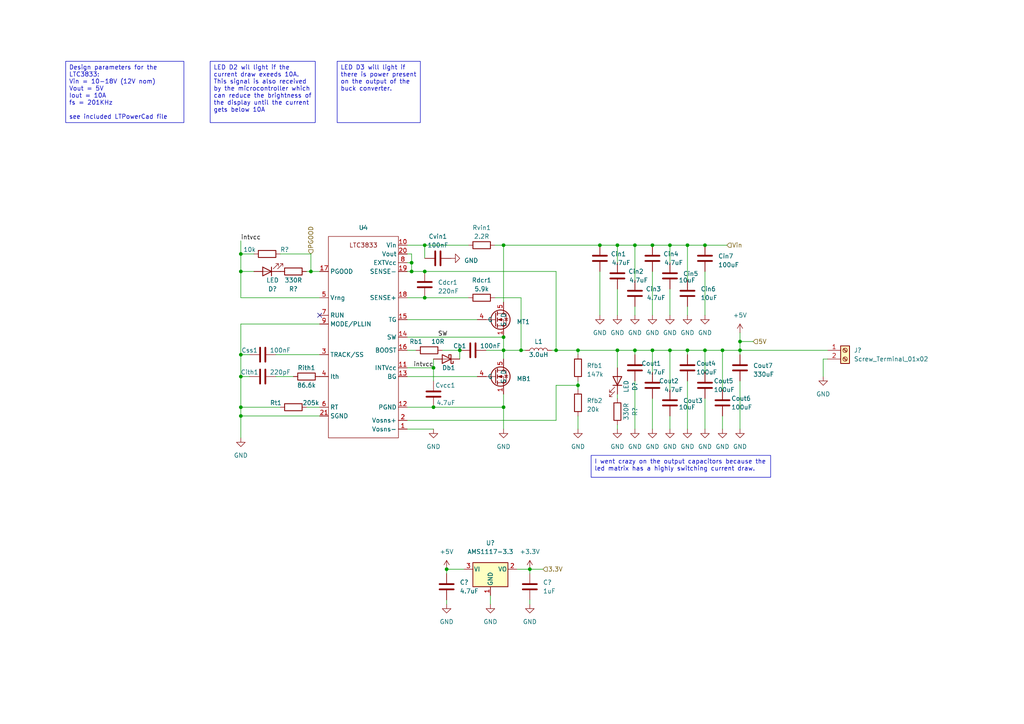
<source format=kicad_sch>
(kicad_sch (version 20230121) (generator eeschema)
  (paper "A4")
  (lib_symbols
    (symbol "Connector:Screw_Terminal_01x02" (pin_names (offset 1.016) hide)
      (property "Reference" "J" (at 0 2.54 0))
      (property "Value" "Screw_Terminal_01x02" (at 0 -5.08 0))
      (symbol "Screw_Terminal_01x02_1_1"
        (rectangle (start -1.27 1.27) (end 1.27 -3.81) (stroke (width 0.254)) (fill (type background)))
        (circle (center 0 -2.54) (radius 0.635) (stroke (width 0.1524)))
        (polyline (pts (xy -0.5334 -2.2098) (xy 0.3302 -3.048)) (stroke (width 0.1524)))
        (polyline (pts (xy -0.5334 0.3302) (xy 0.3302 -0.508)) (stroke (width 0.1524)))
        (polyline (pts (xy -0.3556 -2.032) (xy 0.508 -2.8702)) (stroke (width 0.1524)))
        (polyline (pts (xy -0.3556 0.508) (xy 0.508 -0.3302)) (stroke (width 0.1524)))
        (circle (center 0 0) (radius 0.635) (stroke (width 0.1524)))
        (pin passive line (at -5.08 0 0) (length 3.81) (name "Pin_1") (number "1"))
        (pin passive line (at -5.08 -2.54 0) (length 3.81) (name "Pin_2") (number "2"))
      )
    )
    (symbol "Custom_library:BSC035N04LS"
      (property "Reference" "Q" (at 0 0 0))
      (symbol "BSC035N04LS_0_1"
        (polyline (pts (xy -1.016 -6.35) (xy -3.81 -6.35)))
        (polyline (pts (xy -1.016 -4.445) (xy -1.016 -8.255)) (stroke (width 0.254)))
        (polyline (pts (xy -0.508 -7.62) (xy -0.508 -8.636)) (stroke (width 0.254)))
        (polyline (pts (xy -0.508 -5.842) (xy -0.508 -6.858)) (stroke (width 0.254)))
        (polyline (pts (xy -0.508 -4.064) (xy -0.508 -5.08)) (stroke (width 0.254)))
        (polyline (pts (xy 1.27 -3.81) (xy 1.27 -4.572)))
        (polyline (pts (xy 1.27 -8.89) (xy 1.27 -6.35) (xy -0.508 -6.35)))
        (polyline (pts (xy -0.508 -8.128) (xy 2.032 -8.128) (xy 2.032 -4.572) (xy -0.508 -4.572)))
        (polyline (pts (xy -0.254 -6.35) (xy 0.762 -5.969) (xy 0.762 -6.731) (xy -0.254 -6.35)) (fill (type outline)))
        (polyline (pts (xy 1.524 -5.842) (xy 1.651 -5.969) (xy 2.413 -5.969) (xy 2.54 -6.096)))
        (polyline (pts (xy 2.032 -5.969) (xy 1.651 -6.604) (xy 2.413 -6.604) (xy 2.032 -5.969)))
        (circle (center 0.381 -6.35) (radius 2.794) (stroke (width 0.254)))
        (circle (center 1.27 -8.128) (radius 0.254) (fill (type outline)))
        (circle (center 1.27 -4.572) (radius 0.254) (fill (type outline)))
      )
      (symbol "BSC035N04LS_1_1"
        (pin passive line (at 1.27 -11.43 90) (length 2.54) (name "S") (number "1"))
        (pin passive line (at 1.27 -11.43 90) (length 2.54) hide (name "S") (number "2"))
        (pin passive line (at 1.27 -11.43 90) (length 2.54) hide (name "S") (number "3"))
        (pin passive line (at -6.35 -6.35 0) (length 2.54) (name "G") (number "4"))
        (pin passive line (at 1.27 -1.27 270) (length 2.54) (name "D") (number "5"))
      )
    )
    (symbol "Custom_library:LTC3833"
      (property "Reference" "U" (at 0 0 0))
      (property "Value" "LTC3833" (at 0 0 0))
      (symbol "LTC3833_0_1"
        (rectangle (start -10.16 -2.54) (end 10.16 -60.96))
      )
      (symbol "LTC3833_1_1"
        (text "LTC3833" (at 0 -5.08 0) (effects (font (size 1.27 1.27))))
        (pin input line (at 12.7 -58.42 180) (length 2.54) (name "Vosns-") (number "1"))
        (pin input line (at 12.7 -5.08 180) (length 2.54) (name "Vin") (number "10"))
        (pin input line (at 12.7 -40.64 180) (length 2.54) (name "INTVcc") (number "11"))
        (pin input line (at 12.7 -52.07 180) (length 2.54) (name "PGND") (number "12"))
        (pin input line (at 12.7 -43.18 180) (length 2.54) (name "BG") (number "13"))
        (pin input line (at 12.7 -31.75 180) (length 2.54) (name "SW") (number "14"))
        (pin input line (at 12.7 -26.67 180) (length 2.54) (name "TG") (number "15"))
        (pin input line (at 12.7 -35.56 180) (length 2.54) (name "BOOST") (number "16"))
        (pin input line (at -12.7 -12.7 0) (length 2.54) (name "PGOOD") (number "17"))
        (pin input line (at 12.7 -20.32 180) (length 2.54) (name "SENSE+") (number "18"))
        (pin input line (at 12.7 -12.7 180) (length 2.54) (name "SENSE-") (number "19"))
        (pin input line (at 12.7 -55.88 180) (length 2.54) (name "Vosns+") (number "2"))
        (pin input line (at 12.7 -7.62 180) (length 2.54) (name "Vout") (number "20"))
        (pin input line (at -12.7 -54.61 0) (length 2.54) (name "SGND") (number "21"))
        (pin input line (at -12.7 -36.83 0) (length 2.54) (name "TRACK/SS") (number "3"))
        (pin input line (at -12.7 -43.18 0) (length 2.54) (name "Ith") (number "4"))
        (pin input line (at -12.7 -20.32 0) (length 2.54) (name "Vrng") (number "5"))
        (pin input line (at -12.7 -52.07 0) (length 2.54) (name "RT") (number "6"))
        (pin input line (at -12.7 -25.4 0) (length 2.54) (name "RUN") (number "7"))
        (pin input line (at 12.7 -10.16 180) (length 2.54) (name "EXTVcc") (number "8"))
        (pin input line (at -12.7 -27.94 0) (length 2.54) (name "MODE/PLLIN") (number "9"))
      )
    )
    (symbol "Device:C" (pin_numbers hide) (pin_names (offset 0.254))
      (property "Reference" "C" (at 0.635 2.54 0))
      (property "Value" "C" (at 0.635 -2.54 0))
      (symbol "C_0_1"
        (polyline (pts (xy -2.032 -0.762) (xy 2.032 -0.762)) (stroke (width 0.508)))
        (polyline (pts (xy -2.032 0.762) (xy 2.032 0.762)) (stroke (width 0.508)))
      )
      (symbol "C_1_1"
        (pin passive line (at 0 3.81 270) (length 2.794) (name "~") (number "1"))
        (pin passive line (at 0 -3.81 90) (length 2.794) (name "~") (number "2"))
      )
    )
    (symbol "Device:D_Schottky" (pin_numbers hide) (pin_names (offset 1.016) hide)
      (property "Reference" "D" (at 0 2.54 0))
      (property "Value" "D_Schottky" (at 0 -2.54 0))
      (symbol "D_Schottky_0_1"
        (polyline (pts (xy 1.27 0) (xy -1.27 0)))
        (polyline (pts (xy 1.27 1.27) (xy 1.27 -1.27) (xy -1.27 0) (xy 1.27 1.27)) (stroke (width 0.254)))
        (polyline (pts (xy -1.905 0.635) (xy -1.905 1.27) (xy -1.27 1.27) (xy -1.27 -1.27) (xy -0.635 -1.27) (xy -0.635 -0.635)) (stroke (width 0.254)))
      )
      (symbol "D_Schottky_1_1"
        (pin passive line (at -3.81 0 0) (length 2.54) (name "K") (number "1"))
        (pin passive line (at 3.81 0 180) (length 2.54) (name "A") (number "2"))
      )
    )
    (symbol "Device:L" (pin_numbers hide) (pin_names (offset 1.016) hide)
      (property "Reference" "L" (at -1.27 0 90))
      (property "Value" "L" (at 1.905 0 90))
      (symbol "L_0_1"
        (arc (start 0 -2.54) (mid 0.6323 -1.905) (end 0 -1.27))
        (arc (start 0 -1.27) (mid 0.6323 -0.635) (end 0 0))
        (arc (start 0 0) (mid 0.6323 0.635) (end 0 1.27))
        (arc (start 0 1.27) (mid 0.6323 1.905) (end 0 2.54))
      )
      (symbol "L_1_1"
        (pin passive line (at 0 3.81 270) (length 1.27) (name "1") (number "1"))
        (pin passive line (at 0 -3.81 90) (length 1.27) (name "2") (number "2"))
      )
    )
    (symbol "Device:LED" (pin_numbers hide) (pin_names (offset 1.016) hide)
      (property "Reference" "D" (at 0 2.54 0))
      (property "Value" "LED" (at 0 -2.54 0))
      (symbol "LED_0_1"
        (polyline (pts (xy -1.27 -1.27) (xy -1.27 1.27)) (stroke (width 0.254)))
        (polyline (pts (xy -1.27 0) (xy 1.27 0)))
        (polyline (pts (xy 1.27 -1.27) (xy 1.27 1.27) (xy -1.27 0) (xy 1.27 -1.27)) (stroke (width 0.254)))
        (polyline (pts (xy -3.048 -0.762) (xy -4.572 -2.286) (xy -3.81 -2.286) (xy -4.572 -2.286) (xy -4.572 -1.524)))
        (polyline (pts (xy -1.778 -0.762) (xy -3.302 -2.286) (xy -2.54 -2.286) (xy -3.302 -2.286) (xy -3.302 -1.524)))
      )
      (symbol "LED_1_1"
        (pin passive line (at -3.81 0 0) (length 2.54) (name "K") (number "1"))
        (pin passive line (at 3.81 0 180) (length 2.54) (name "A") (number "2"))
      )
    )
    (symbol "Device:R" (pin_numbers hide) (pin_names (offset 0))
      (property "Reference" "R" (at 2.032 0 90))
      (property "Value" "R" (at 0 0 90))
      (symbol "R_0_1"
        (rectangle (start -1.016 -2.54) (end 1.016 2.54) (stroke (width 0.254)))
      )
      (symbol "R_1_1"
        (pin passive line (at 0 3.81 270) (length 1.27) (name "~") (number "1"))
        (pin passive line (at 0 -3.81 90) (length 1.27) (name "~") (number "2"))
      )
    )
    (symbol "GND_1" (power) (pin_names (offset 0))
      (property "Value" "GND_1" (at 0 -3.81 0))
      (symbol "GND_1_0_1"
        (polyline (pts (xy 0 0) (xy 0 -1.27) (xy 1.27 -1.27) (xy 0 -2.54) (xy -1.27 -1.27) (xy 0 -1.27)))
      )
      (symbol "GND_1_1_1"
        (pin power_in line (at 0 0 270) (length 0) hide (name "GND") (number "1"))
      )
    )
    (symbol "Regulator_Linear:AMS1117-3.3" (pin_names (offset 0.254))
      (property "Reference" "U" (at -3.81 3.175 0))
      (property "Value" "AMS1117-3.3" (at 0 3.175 0))
      (symbol "AMS1117-3.3_0_1"
        (rectangle (start -5.08 -5.08) (end 5.08 1.905) (stroke (width 0.254)) (fill (type background)))
      )
      (symbol "AMS1117-3.3_1_1"
        (pin power_in line (at 0 -7.62 90) (length 2.54) (name "GND") (number "1"))
        (pin power_out line (at 7.62 0 180) (length 2.54) (name "VO") (number "2"))
        (pin power_in line (at -7.62 0 0) (length 2.54) (name "VI") (number "3"))
      )
    )
    (symbol "power:+3.3V" (power) (pin_names (offset 0))
      (property "Value" "+3.3V" (at 0 3.556 0))
      (symbol "+3.3V_0_1"
        (polyline (pts (xy -0.762 1.27) (xy 0 2.54)))
        (polyline (pts (xy 0 0) (xy 0 2.54)))
        (polyline (pts (xy 0 2.54) (xy 0.762 1.27)))
      )
      (symbol "+3.3V_1_1"
        (pin power_in line (at 0 0 90) (length 0) hide (name "+3.3V") (number "1"))
      )
    )
    (symbol "power:+5V" (power) (pin_names (offset 0))
      (property "Value" "+5V" (at 0 3.556 0))
      (symbol "+5V_0_1"
        (polyline (pts (xy -0.762 1.27) (xy 0 2.54)))
        (polyline (pts (xy 0 0) (xy 0 2.54)))
        (polyline (pts (xy 0 2.54) (xy 0.762 1.27)))
      )
      (symbol "+5V_1_1"
        (pin power_in line (at 0 0 90) (length 0) hide (name "+5V") (number "1"))
      )
    )
    (symbol "power:GND" (power) (pin_names (offset 0))
      (property "Value" "GND" (at 0 -3.81 0))
      (symbol "GND_0_1"
        (polyline (pts (xy 0 0) (xy 0 -1.27) (xy 1.27 -1.27) (xy 0 -2.54) (xy -1.27 -1.27) (xy 0 -1.27)))
      )
      (symbol "GND_1_1"
        (pin power_in line (at 0 0 270) (length 0) hide (name "GND") (number "1"))
      )
    )
  )
  (junction (at 199.39 71.12))
  (junction (at 184.15 71.12))
  (junction (at 69.85 78.74))
  (junction (at 69.85 73.66))
  (junction (at 146.05 97.79))
  (junction (at 199.39 101.6))
  (junction (at 69.85 118.11))
  (junction (at 189.23 101.6))
  (junction (at 214.63 101.6))
  (junction (at 214.63 99.06))
  (junction (at 123.19 86.36))
  (junction (at 151.13 101.6))
  (junction (at 146.05 101.6))
  (junction (at 184.15 101.6))
  (junction (at 119.38 76.2))
  (junction (at 173.99 71.12))
  (junction (at 146.05 118.11))
  (junction (at 209.55 101.6))
  (junction (at 129.54 165.1))
  (junction (at 179.07 101.6))
  (junction (at 69.85 120.65))
  (junction (at 194.31 71.12))
  (junction (at 90.17 78.74))
  (junction (at 167.64 111.76))
  (junction (at 133.35 101.6))
  (junction (at 204.47 101.6))
  (junction (at 123.19 78.74))
  (junction (at 69.85 109.22))
  (junction (at 146.05 71.12))
  (junction (at 123.19 71.12))
  (junction (at 167.64 101.6))
  (junction (at 125.73 118.11))
  (junction (at 125.73 106.68))
  (junction (at 69.85 102.87))
  (junction (at 189.23 71.12))
  (junction (at 161.29 101.6))
  (junction (at 204.47 71.12))
  (junction (at 153.67 165.1))
  (junction (at 179.07 71.12))
  (junction (at 194.31 101.6))
  (junction (at 119.38 78.74))
  (no_connect (at 92.71 91.44))
  (wire (pts (xy 209.55 113.03) (xy 209.55 101.6)))
  (wire (pts (xy 69.85 109.22) (xy 69.85 118.11)))
  (wire (pts (xy 123.19 86.36) (xy 135.89 86.36)))
  (wire (pts (xy 129.54 165.1) (xy 129.54 166.37)))
  (wire (pts (xy 69.85 78.74) (xy 69.85 86.36)))
  (wire (pts (xy 149.86 165.1) (xy 153.67 165.1)))
  (wire (pts (xy 118.11 109.22) (xy 138.43 109.22)))
  (wire (pts (xy 118.11 92.71) (xy 138.43 92.71)))
  (wire (pts (xy 81.28 73.66) (xy 90.17 73.66)))
  (wire (pts (xy 69.85 73.66) (xy 73.66 73.66)))
  (wire (pts (xy 80.01 109.22) (xy 85.09 109.22)))
  (wire (pts (xy 194.31 76.2) (xy 194.31 71.12)))
  (wire (pts (xy 199.39 71.12) (xy 204.47 71.12)))
  (wire (pts (xy 194.31 101.6) (xy 199.39 101.6)))
  (wire (pts (xy 161.29 101.6) (xy 160.02 101.6)))
  (wire (pts (xy 146.05 101.6) (xy 146.05 104.14)))
  (wire (pts (xy 161.29 111.76) (xy 167.64 111.76)))
  (wire (pts (xy 240.03 104.14) (xy 238.76 104.14)))
  (wire (pts (xy 69.85 78.74) (xy 73.66 78.74)))
  (wire (pts (xy 151.13 86.36) (xy 151.13 101.6)))
  (wire (pts (xy 69.85 93.98) (xy 92.71 93.98)))
  (wire (pts (xy 146.05 114.3) (xy 146.05 118.11)))
  (wire (pts (xy 118.11 106.68) (xy 125.73 106.68)))
  (wire (pts (xy 134.62 165.1) (xy 129.54 165.1)))
  (wire (pts (xy 161.29 121.92) (xy 161.29 111.76)))
  (wire (pts (xy 204.47 115.57) (xy 204.47 124.46)))
  (wire (pts (xy 146.05 71.12) (xy 146.05 87.63)))
  (wire (pts (xy 214.63 99.06) (xy 218.44 99.06)))
  (wire (pts (xy 88.9 118.11) (xy 92.71 118.11)))
  (wire (pts (xy 129.54 173.99) (xy 129.54 175.26)))
  (wire (pts (xy 179.07 123.19) (xy 179.07 124.46)))
  (wire (pts (xy 69.85 93.98) (xy 69.85 102.87)))
  (wire (pts (xy 194.31 91.44) (xy 194.31 83.82)))
  (wire (pts (xy 152.4 101.6) (xy 151.13 101.6)))
  (wire (pts (xy 167.64 101.6) (xy 179.07 101.6)))
  (wire (pts (xy 179.07 71.12) (xy 184.15 71.12)))
  (wire (pts (xy 184.15 101.6) (xy 184.15 102.87)))
  (wire (pts (xy 167.64 101.6) (xy 167.64 102.87)))
  (wire (pts (xy 194.31 124.46) (xy 194.31 120.65)))
  (wire (pts (xy 69.85 102.87) (xy 69.85 109.22)))
  (wire (pts (xy 199.39 91.44) (xy 199.39 88.9)))
  (wire (pts (xy 118.11 86.36) (xy 123.19 86.36)))
  (wire (pts (xy 81.28 118.11) (xy 69.85 118.11)))
  (wire (pts (xy 214.63 99.06) (xy 214.63 101.6)))
  (wire (pts (xy 179.07 71.12) (xy 179.07 76.2)))
  (wire (pts (xy 189.23 71.12) (xy 194.31 71.12)))
  (wire (pts (xy 153.67 166.37) (xy 153.67 165.1)))
  (wire (pts (xy 143.51 71.12) (xy 146.05 71.12)))
  (wire (pts (xy 119.38 78.74) (xy 123.19 78.74)))
  (wire (pts (xy 119.38 73.66) (xy 119.38 76.2)))
  (wire (pts (xy 125.73 124.46) (xy 118.11 124.46)))
  (wire (pts (xy 133.35 101.6) (xy 133.35 104.14)))
  (wire (pts (xy 153.67 173.99) (xy 153.67 175.26)))
  (wire (pts (xy 92.71 120.65) (xy 69.85 120.65)))
  (wire (pts (xy 118.11 118.11) (xy 125.73 118.11)))
  (wire (pts (xy 118.11 73.66) (xy 119.38 73.66)))
  (wire (pts (xy 199.39 101.6) (xy 204.47 101.6)))
  (wire (pts (xy 189.23 124.46) (xy 189.23 115.57)))
  (wire (pts (xy 69.85 120.65) (xy 69.85 118.11)))
  (wire (pts (xy 92.71 86.36) (xy 69.85 86.36)))
  (wire (pts (xy 204.47 71.12) (xy 210.82 71.12)))
  (wire (pts (xy 143.51 86.36) (xy 151.13 86.36)))
  (wire (pts (xy 204.47 91.44) (xy 204.47 78.74)))
  (wire (pts (xy 179.07 114.3) (xy 179.07 115.57)))
  (wire (pts (xy 88.9 78.74) (xy 90.17 78.74)))
  (wire (pts (xy 184.15 71.12) (xy 189.23 71.12)))
  (wire (pts (xy 199.39 110.49) (xy 199.39 124.46)))
  (wire (pts (xy 146.05 118.11) (xy 146.05 124.46)))
  (wire (pts (xy 69.85 109.22) (xy 72.39 109.22)))
  (wire (pts (xy 142.24 172.72) (xy 142.24 175.26)))
  (wire (pts (xy 119.38 76.2) (xy 119.38 78.74)))
  (wire (pts (xy 80.01 102.87) (xy 92.71 102.87)))
  (wire (pts (xy 184.15 110.49) (xy 184.15 124.46)))
  (wire (pts (xy 118.11 76.2) (xy 119.38 76.2)))
  (wire (pts (xy 90.17 73.66) (xy 90.17 78.74)))
  (wire (pts (xy 199.39 101.6) (xy 199.39 102.87)))
  (wire (pts (xy 184.15 88.9) (xy 184.15 91.44)))
  (wire (pts (xy 140.97 101.6) (xy 146.05 101.6)))
  (wire (pts (xy 167.64 110.49) (xy 167.64 111.76)))
  (wire (pts (xy 125.73 106.68) (xy 125.73 104.14)))
  (wire (pts (xy 214.63 110.49) (xy 214.63 124.46)))
  (wire (pts (xy 118.11 121.92) (xy 161.29 121.92)))
  (wire (pts (xy 173.99 78.74) (xy 173.99 91.44)))
  (wire (pts (xy 146.05 71.12) (xy 173.99 71.12)))
  (wire (pts (xy 179.07 101.6) (xy 184.15 101.6)))
  (wire (pts (xy 214.63 101.6) (xy 240.03 101.6)))
  (wire (pts (xy 125.73 118.11) (xy 146.05 118.11)))
  (wire (pts (xy 167.64 111.76) (xy 167.64 113.03)))
  (wire (pts (xy 69.85 102.87) (xy 72.39 102.87)))
  (wire (pts (xy 189.23 91.44) (xy 189.23 78.74)))
  (wire (pts (xy 123.19 71.12) (xy 123.19 74.93)))
  (wire (pts (xy 128.27 101.6) (xy 133.35 101.6)))
  (wire (pts (xy 167.64 120.65) (xy 167.64 124.46)))
  (wire (pts (xy 204.47 107.95) (xy 204.47 101.6)))
  (wire (pts (xy 199.39 71.12) (xy 199.39 81.28)))
  (wire (pts (xy 194.31 71.12) (xy 199.39 71.12)))
  (wire (pts (xy 204.47 101.6) (xy 209.55 101.6)))
  (wire (pts (xy 161.29 78.74) (xy 161.29 101.6)))
  (wire (pts (xy 214.63 96.52) (xy 214.63 99.06)))
  (wire (pts (xy 69.85 73.66) (xy 69.85 78.74)))
  (wire (pts (xy 69.85 120.65) (xy 69.85 127)))
  (wire (pts (xy 179.07 101.6) (xy 179.07 106.68)))
  (wire (pts (xy 146.05 97.79) (xy 146.05 101.6)))
  (wire (pts (xy 184.15 81.28) (xy 184.15 71.12)))
  (wire (pts (xy 118.11 97.79) (xy 146.05 97.79)))
  (wire (pts (xy 173.99 71.12) (xy 179.07 71.12)))
  (wire (pts (xy 146.05 101.6) (xy 151.13 101.6)))
  (wire (pts (xy 123.19 78.74) (xy 161.29 78.74)))
  (wire (pts (xy 118.11 71.12) (xy 123.19 71.12)))
  (wire (pts (xy 194.31 113.03) (xy 194.31 101.6)))
  (wire (pts (xy 153.67 165.1) (xy 157.48 165.1)))
  (wire (pts (xy 214.63 101.6) (xy 214.63 102.87)))
  (wire (pts (xy 118.11 78.74) (xy 119.38 78.74)))
  (wire (pts (xy 209.55 101.6) (xy 214.63 101.6)))
  (wire (pts (xy 161.29 101.6) (xy 167.64 101.6)))
  (wire (pts (xy 90.17 78.74) (xy 92.71 78.74)))
  (wire (pts (xy 189.23 101.6) (xy 194.31 101.6)))
  (wire (pts (xy 189.23 107.95) (xy 189.23 101.6)))
  (wire (pts (xy 184.15 101.6) (xy 189.23 101.6)))
  (wire (pts (xy 238.76 104.14) (xy 238.76 109.22)))
  (wire (pts (xy 125.73 106.68) (xy 125.73 110.49)))
  (wire (pts (xy 69.85 69.85) (xy 69.85 73.66)))
  (wire (pts (xy 179.07 91.44) (xy 179.07 83.82)))
  (wire (pts (xy 118.11 101.6) (xy 120.65 101.6)))
  (wire (pts (xy 123.19 71.12) (xy 135.89 71.12)))
  (wire (pts (xy 209.55 120.65) (xy 209.55 124.46)))
  (text_box "I went crazy on the output capacitors because the led matrix has a highly switching current draw." (at 171.45 132.08 0) (size 52.07 6.35) (effects (font (size 1.27 1.27)) (justify left top)))
  (text_box "LED D2 wil light if the current draw exeeds 10A. This signal is also received by the microcontroller which can reduce the brightness of the display until the current gets below 10A" (at 60.96 17.78 0) (size 30.48 17.78) (effects (font (size 1.27 1.27)) (justify left top)))
  (text_box "Design parameters for the LTC3833:\nVin = 10-18V (12V nom)\nVout = 5V\nIout = 10A\nfs = 201KHz\n\nsee included LTPowerCad file" (at 19.05 17.78 0) (size 34.29 17.78) (effects (font (size 1.27 1.27)) (justify left top)))
  (text_box "LED D3 will light if there is power present on the output of the buck converter." (at 97.79 17.78 0) (size 24.13 17.78) (effects (font (size 1.27 1.27)) (justify left top)))
  (label "intvcc" (at 125.73 106.68 180))
  (label "SW" (at 127 97.79 0))
  (label "intvcc" (at 69.85 69.85 0))
  (hierarchical_label "PGOOD" (shape input) (at 90.17 73.66 90))
  (hierarchical_label "3.3V" (shape input) (at 157.48 165.1 0))
  (hierarchical_label "5V" (shape input) (at 218.44 99.06 0))
  (hierarchical_label "Vin" (shape input) (at 210.82 71.12 0))
  (symbol (lib_id "power:GND") (at 146.05 124.46 0) (unit 1)
    (property "Reference" "#PWR038" (effects hide))
    (property "Value" "GND" (at 146.05 129.54 0))
  )
  (symbol (lib_id "Device:C") (at 184.15 85.09 0) (mirror y) (unit 1)
    (property "Reference" "Cin3" (at 191.77 83.82 0) (effects (justify left)))
    (property "Value" "4.7uF" (at 193.04 86.36 0) (effects (justify left)))
    (property "Footprint" "Capacitor_SMD:C_0805_2012Metric" (effects hide))
  )
  (symbol (lib_id "power:GND") (at 199.39 91.44 0) (unit 1)
    (property "Reference" "#PWR051" (effects hide))
    (property "Value" "GND" (at 199.39 96.52 0))
  )
  (symbol (lib_id "power:+5V") (at 214.63 96.52 0) (unit 1)
    (property "Reference" "#PWR?" (effects hide))
    (property "Value" "+5V" (at 214.63 91.44 0))
    (instances (project "ESP32_RGB_MATRIX" (path "" (reference "#PWR?") (unit 1)) (path "" (reference "#PWR056") (unit 1))))
  )
  (symbol (lib_id "Device:C") (at 129.54 170.18 0) (unit 1)
    (property "Reference" "C?" (at 133.35 168.9099 0) (effects (justify left)))
    (property "Value" "4.7uF" (at 133.35 171.4499 0) (effects (justify left)))
    (property "Footprint" "Capacitor_SMD:C_0805_2012Metric" (effects hide))
    (instances (project "ESP32_RGB_MATRIX" (path "" (reference "C?") (unit 1)) (path "" (reference "C8") (unit 1))))
  )
  (symbol (lib_id "Device:C") (at 127 74.93 90) (unit 1)
    (property "Reference" "Cvin1" (at 127 68.58 90))
    (property "Value" "100nF" (at 127 71.12 90))
    (property "Footprint" "Capacitor_SMD:C_0603_1608Metric" (effects hide))
  )
  (symbol (lib_id "power:GND") (at 194.31 124.46 0) (unit 1)
    (property "Reference" "#PWR050" (effects hide))
    (property "Value" "GND" (at 194.31 129.54 0))
  )
  (symbol (lib_id "Custom_library:BSC035N04LS") (at 144.78 102.87 0) (unit 1)
    (property "Reference" "MB1" (at 149.86 109.855 0) (effects (justify left)))
    (property "Footprint" "Package_SON:Infineon_PG-TDSON-8_6.15x5.15mm" (effects hide))
  )
  (symbol (lib_id "Device:C") (at 153.67 170.18 0) (unit 1)
    (property "Reference" "C?" (at 157.48 168.9099 0) (effects (justify left)))
    (property "Value" "1uF" (at 157.48 171.4499 0) (effects (justify left)))
    (property "Footprint" "Capacitor_SMD:C_0805_2012Metric" (effects hide))
    (instances (project "ESP32_RGB_MATRIX" (path "" (reference "C?") (unit 1)) (path "" (reference "C9") (unit 1))))
  )
  (symbol (lib_id "Device:R") (at 124.46 101.6 90) (unit 1)
    (property "Reference" "Rb1" (at 120.65 99.06 90))
    (property "Value" "10R" (at 127 99.06 90))
    (property "Footprint" "Resistor_SMD:R_0603_1608Metric" (effects hide))
  )
  (symbol (lib_id "power:GND") (at 130.81 74.93 90) (unit 1)
    (property "Reference" "#PWR036" (effects hide))
    (property "Value" "GND" (at 134.62 75.565 90) (effects (justify right)))
  )
  (symbol (lib_id "power:GND") (at 179.07 91.44 0) (unit 1)
    (property "Reference" "#PWR043" (effects hide))
    (property "Value" "GND" (at 179.07 96.52 0))
  )
  (symbol (lib_id "Device:LED") (at 179.07 110.49 270) (mirror x) (unit 1)
    (property "Reference" "D?" (at 184.15 112.0775 0))
    (property "Value" "LED" (at 181.61 112.0775 0))
    (property "Footprint" "LED_SMD:LED_0805_2012Metric" (effects hide))
    (instances (project "ESP32_RGB_MATRIX" (path "" (reference "D?") (unit 1)) (path "" (reference "D3") (unit 1))))
  )
  (symbol (lib_id "Device:C") (at 125.73 114.3 0) (mirror y) (unit 1)
    (property "Reference" "Cvcc1" (at 132.08 111.76 0) (effects (justify left)))
    (property "Value" "4.7uF" (at 132.08 116.84 0) (effects (justify left)))
    (property "Footprint" "Capacitor_SMD:C_0805_2012Metric" (effects hide))
  )
  (symbol (lib_id "Device:R") (at 167.64 116.84 0) (unit 1)
    (property "Reference" "Rfb2" (at 170.18 116.205 0) (effects (justify left)))
    (property "Value" "20k" (at 170.18 118.745 0) (effects (justify left)))
    (property "Footprint" "Resistor_SMD:R_0603_1608Metric" (effects hide))
  )
  (symbol (lib_id "power:GND") (at 173.99 91.44 0) (unit 1)
    (property "Reference" "#PWR042" (effects hide))
    (property "Value" "GND" (at 173.99 96.52 0))
  )
  (symbol (lib_id "power:GND") (at 142.24 175.26 0) (unit 1)
    (property "Reference" "#PWR?" (effects hide))
    (property "Value" "GND" (at 142.24 180.34 0))
    (instances (project "ESP32_RGB_MATRIX" (path "" (reference "#PWR?") (unit 1)) (path "" (reference "#PWR037") (unit 1))))
  )
  (symbol (lib_id "Device:R") (at 77.47 73.66 90) (unit 1)
    (property "Reference" "R?" (at 82.55 72.39 90))
    (property "Value" "10k" (at 72.39 72.39 90))
    (property "Footprint" "Resistor_SMD:R_0603_1608Metric" (effects hide))
    (instances (project "ESP32_RGB_MATRIX" (path "" (reference "R?") (unit 1)) (path "" (reference "R?") (unit 1)) (path "" (reference "Rpg1") (unit 1))))
  )
  (symbol (lib_id "Device:C") (at 137.16 101.6 90) (unit 1)
    (property "Reference" "Cb1" (at 133.35 100.33 90))
    (property "Value" "100nF" (at 142.24 100.33 90))
    (property "Footprint" "Capacitor_SMD:C_0603_1608Metric" (effects hide))
  )
  (symbol (lib_id "Device:C") (at 179.07 80.01 0) (mirror y) (unit 1)
    (property "Reference" "Cin2" (at 186.69 78.74 0) (effects (justify left)))
    (property "Value" "4.7uF" (at 187.96 81.28 0) (effects (justify left)))
    (property "Footprint" "Capacitor_SMD:C_0805_2012Metric" (effects hide))
  )
  (symbol (lib_id "Custom_library:LTC3833") (at 105.41 66.04 0) (unit 1)
    (property "Reference" "U4" (at 105.41 66.04 0))
    (property "Value" "~" (at 105.41 66.04 0))
    (property "Footprint" "Package_DFN_QFN:QFN-20-1EP_3x4mm_P0.5mm_EP1.65x2.65mm_ThermalVias" (effects hide))
    (property "Datasheet" "https://www.analog.com/media/en/technical-documentation/data-sheets/3833f.pdf" (effects hide))
  )
  (symbol (lib_id "power:GND") (at 167.64 124.46 0) (unit 1)
    (property "Reference" "#PWR041" (effects hide))
    (property "Value" "GND" (at 167.64 129.54 0))
  )
  (symbol (lib_id "Device:C") (at 204.47 74.93 0) (unit 1)
    (property "Reference" "Cin7" (at 208.28 74.295 0) (effects (justify left)))
    (property "Value" "100uF" (at 208.28 76.835 0) (effects (justify left)))
    (property "Footprint" "Capacitor_SMD:C_Elec_8x5.4" (effects hide))
  )
  (symbol (lib_id "Device:C") (at 123.19 82.55 180) (unit 1)
    (property "Reference" "Cdcr1" (at 127 81.915 0) (effects (justify right)))
    (property "Value" "220nF" (at 127 84.455 0) (effects (justify right)))
    (property "Footprint" "Capacitor_SMD:C_0603_1608Metric" (effects hide))
  )
  (symbol (lib_id "Device:C") (at 194.31 80.01 0) (unit 1)
    (property "Reference" "Cin5" (at 198.12 79.375 0) (effects (justify left)))
    (property "Value" "10uF" (at 196.85 81.28 0) (effects (justify left)))
    (property "Footprint" "Capacitor_SMD:C_1206_3216Metric" (effects hide))
  )
  (symbol (lib_name "GND_1") (lib_id "power:GND") (at 179.07 124.46 0) (unit 1)
    (property "Reference" "#PWR?" (effects hide))
    (property "Value" "GND" (at 179.07 129.54 0))
    (instances (project "ESP32_RGB_MATRIX" (path "" (reference "#PWR?") (unit 1)) (path "" (reference "#PWR044") (unit 1))))
  )
  (symbol (lib_id "Device:R") (at 139.7 71.12 90) (unit 1)
    (property "Reference" "Rvin1" (at 139.7 66.04 90))
    (property "Value" "2.2R" (at 139.7 68.58 90))
    (property "Footprint" "Resistor_SMD:R_0603_1608Metric" (effects hide))
  )
  (symbol (lib_id "Device:C") (at 189.23 74.93 0) (mirror y) (unit 1)
    (property "Reference" "Cin4" (at 196.85 73.66 0) (effects (justify left)))
    (property "Value" "4.7uF" (at 198.12 76.2 0) (effects (justify left)))
    (property "Footprint" "Capacitor_SMD:C_0805_2012Metric" (effects hide))
  )
  (symbol (lib_id "Device:C") (at 184.15 106.68 0) (mirror y) (unit 1)
    (property "Reference" "Cout1" (at 191.77 105.41 0) (effects (justify left)))
    (property "Value" "4.7uF" (at 193.04 107.95 0) (effects (justify left)))
    (property "Footprint" "Capacitor_SMD:C_0805_2012Metric" (effects hide))
  )
  (symbol (lib_id "power:GND") (at 69.85 127 0) (unit 1)
    (property "Reference" "#PWR032" (effects hide))
    (property "Value" "GND" (at 69.85 132.08 0))
  )
  (symbol (lib_id "power:GND") (at 125.73 124.46 0) (unit 1)
    (property "Reference" "#PWR033" (effects hide))
    (property "Value" "GND" (at 125.73 129.54 0))
  )
  (symbol (lib_id "Device:C") (at 214.63 106.68 0) (unit 1)
    (property "Reference" "Cout7" (at 218.44 106.045 0) (effects (justify left)))
    (property "Value" "330uF" (at 218.44 108.585 0) (effects (justify left)))
    (property "Footprint" "Capacitor_Tantalum_SMD:CP_EIA-7343-15_Kemet-W" (effects hide))
  )
  (symbol (lib_id "Device:C") (at 209.55 116.84 0) (unit 1)
    (property "Reference" "Cout6" (at 212.09 115.57 0) (effects (justify left)))
    (property "Value" "100uF" (at 212.09 118.11 0) (effects (justify left)))
    (property "Footprint" "Capacitor_SMD:C_Elec_8x5.4" (effects hide))
  )
  (symbol (lib_id "power:GND") (at 184.15 124.46 0) (unit 1)
    (property "Reference" "#PWR046" (effects hide))
    (property "Value" "GND" (at 184.15 129.54 0))
  )
  (symbol (lib_id "Device:R") (at 179.07 119.38 0) (mirror x) (unit 1)
    (property "Reference" "R?" (at 184.15 119.38 90))
    (property "Value" "330R" (at 181.61 119.38 90))
    (property "Footprint" "Resistor_SMD:R_0603_1608Metric" (effects hide))
    (instances (project "ESP32_RGB_MATRIX" (path "" (reference "R?") (unit 1)) (path "" (reference "R13") (unit 1))))
  )
  (symbol (lib_id "Regulator_Linear:AMS1117-3.3") (at 142.24 165.1 0) (unit 1)
    (property "Reference" "U?" (at 142.24 157.48 0))
    (property "Value" "AMS1117-3.3" (at 142.24 160.02 0))
    (property "Footprint" "Package_TO_SOT_SMD:SOT-223-3_TabPin2" (effects hide))
    (property "Datasheet" "http://www.advanced-monolithic.com/pdf/ds1117.pdf" (effects hide))
    (instances (project "ESP32_RGB_MATRIX" (path "" (reference "U?") (unit 1)) (path "" (reference "U5") (unit 1))))
  )
  (symbol (lib_id "Device:R") (at 85.09 118.11 90) (unit 1)
    (property "Reference" "Rt1" (at 80.01 116.84 90))
    (property "Value" "205k" (at 90.17 116.84 90))
    (property "Footprint" "Resistor_SMD:R_0603_1608Metric" (effects hide))
  )
  (symbol (lib_id "power:GND") (at 194.31 91.44 0) (unit 1)
    (property "Reference" "#PWR049" (effects hide))
    (property "Value" "GND" (at 194.31 96.52 0))
  )
  (symbol (lib_id "Device:R") (at 139.7 86.36 270) (unit 1)
    (property "Reference" "Rdcr1" (at 139.7 81.28 90))
    (property "Value" "5.9k" (at 139.7 83.82 90))
    (property "Footprint" "Resistor_SMD:R_0603_1608Metric" (effects hide))
  )
  (symbol (lib_id "power:GND") (at 204.47 124.46 0) (unit 1)
    (property "Reference" "#PWR054" (effects hide))
    (property "Value" "GND" (at 204.47 129.54 0))
  )
  (symbol (lib_id "power:GND") (at 199.39 124.46 0) (unit 1)
    (property "Reference" "#PWR052" (effects hide))
    (property "Value" "GND" (at 199.39 129.54 0))
  )
  (symbol (lib_id "power:GND") (at 189.23 124.46 0) (unit 1)
    (property "Reference" "#PWR048" (effects hide))
    (property "Value" "GND" (at 189.23 129.54 0))
  )
  (symbol (lib_id "power:+3.3V") (at 153.67 165.1 0) (unit 1)
    (property "Reference" "#PWR?" (effects hide))
    (property "Value" "+3.3V" (at 153.67 160.02 0))
    (instances (project "ESP32_RGB_MATRIX" (path "" (reference "#PWR?") (unit 1)) (path "" (reference "#PWR039") (unit 1))))
  )
  (symbol (lib_id "Device:C") (at 173.99 74.93 0) (mirror y) (unit 1)
    (property "Reference" "Cin1" (at 181.61 73.66 0) (effects (justify left)))
    (property "Value" "4.7uF" (at 182.88 76.2 0) (effects (justify left)))
    (property "Footprint" "Capacitor_SMD:C_0805_2012Metric" (effects hide))
  )
  (symbol (lib_id "Device:R") (at 85.09 78.74 270) (unit 1)
    (property "Reference" "R?" (at 85.09 83.82 90))
    (property "Value" "330R" (at 85.09 81.28 90))
    (property "Footprint" "Resistor_SMD:R_0603_1608Metric" (effects hide))
    (instances (project "ESP32_RGB_MATRIX" (path "" (reference "R?") (unit 1)) (path "" (reference "R12") (unit 1))))
  )
  (symbol (lib_id "Device:D_Schottky") (at 129.54 104.14 180) (unit 1)
    (property "Reference" "Db1" (at 132.08 106.68 0) (effects (justify left)))
    (property "Value" "D_Schottky" (effects hide))
    (property "Footprint" "Diode_SMD:D_SOD-323" (effects hide))
  )
  (symbol (lib_id "Device:C") (at 204.47 111.76 0) (unit 1)
    (property "Reference" "Cout5" (at 207.01 110.49 0) (effects (justify left)))
    (property "Value" "100uF" (at 207.01 113.03 0) (effects (justify left)))
    (property "Footprint" "Capacitor_SMD:C_Elec_8x5.4" (effects hide))
  )
  (symbol (lib_id "power:GND") (at 209.55 124.46 0) (unit 1)
    (property "Reference" "#PWR055" (effects hide))
    (property "Value" "GND" (at 209.55 129.54 0))
  )
  (symbol (lib_id "power:GND") (at 184.15 91.44 0) (unit 1)
    (property "Reference" "#PWR045" (effects hide))
    (property "Value" "GND" (at 184.15 96.52 0))
  )
  (symbol (lib_id "Device:LED") (at 77.47 78.74 180) (unit 1)
    (property "Reference" "D?" (at 79.0575 83.82 0))
    (property "Value" "LED" (at 79.0575 81.28 0))
    (property "Footprint" "LED_SMD:LED_0805_2012Metric" (effects hide))
    (instances (project "ESP32_RGB_MATRIX" (path "" (reference "D?") (unit 1)) (path "" (reference "D2") (unit 1))))
  )
  (symbol (lib_id "Device:C") (at 76.2 102.87 270) (unit 1)
    (property "Reference" "Css1" (at 72.39 101.6 90))
    (property "Value" "100nF" (at 81.28 101.6 90))
    (property "Footprint" "Capacitor_SMD:C_0603_1608Metric" (effects hide))
  )
  (symbol (lib_id "Device:C") (at 194.31 116.84 0) (unit 1)
    (property "Reference" "Cout3" (at 198.12 116.205 0) (effects (justify left)))
    (property "Value" "10uF" (at 196.85 118.11 0) (effects (justify left)))
    (property "Footprint" "Capacitor_SMD:C_1206_3216Metric" (effects hide))
  )
  (symbol (lib_id "power:GND") (at 153.67 175.26 0) (unit 1)
    (property "Reference" "#PWR?" (effects hide))
    (property "Value" "GND" (at 153.67 180.34 0))
    (instances (project "ESP32_RGB_MATRIX" (path "" (reference "#PWR?") (unit 1)) (path "" (reference "#PWR040") (unit 1))))
  )
  (symbol (lib_id "power:+5V") (at 129.54 165.1 0) (unit 1)
    (property "Reference" "#PWR?" (effects hide))
    (property "Value" "+5V" (at 129.54 160.02 0))
    (instances (project "ESP32_RGB_MATRIX" (path "" (reference "#PWR?") (unit 1)) (path "" (reference "#PWR034") (unit 1))))
  )
  (symbol (lib_id "power:GND") (at 214.63 124.46 0) (unit 1)
    (property "Reference" "#PWR057" (effects hide))
    (property "Value" "GND" (at 214.63 129.54 0))
  )
  (symbol (lib_id "Device:R") (at 167.64 106.68 0) (unit 1)
    (property "Reference" "Rfb1" (at 170.18 106.045 0) (effects (justify left)))
    (property "Value" "147k" (at 170.18 108.585 0) (effects (justify left)))
    (property "Footprint" "Resistor_SMD:R_0603_1608Metric" (effects hide))
  )
  (symbol (lib_id "Device:C") (at 199.39 85.09 0) (unit 1)
    (property "Reference" "Cin6" (at 203.2 83.82 0) (effects (justify left)))
    (property "Value" "10uF" (at 203.2 86.36 0) (effects (justify left)))
    (property "Footprint" "Capacitor_SMD:C_1206_3216Metric" (effects hide))
  )
  (symbol (lib_id "power:GND") (at 129.54 175.26 0) (unit 1)
    (property "Reference" "#PWR?" (effects hide))
    (property "Value" "GND" (at 129.54 180.34 0))
    (instances (project "ESP32_RGB_MATRIX" (path "" (reference "#PWR?") (unit 1)) (path "" (reference "#PWR035") (unit 1))))
  )
  (symbol (lib_id "Device:C") (at 76.2 109.22 90) (unit 1)
    (property "Reference" "Cith1" (at 72.39 107.95 90))
    (property "Value" "220pF" (at 81.28 107.95 90))
    (property "Footprint" "Capacitor_SMD:C_0603_1608Metric" (effects hide))
  )
  (symbol (lib_id "power:GND") (at 238.76 109.22 0) (unit 1)
    (property "Reference" "#PWR?" (effects hide))
    (property "Value" "GND" (at 238.76 114.3 0))
    (instances (project "ESP32_RGB_MATRIX" (path "" (reference "#PWR?") (unit 1)) (path "" (reference "#PWR058") (unit 1))))
  )
  (symbol (lib_id "Device:C") (at 199.39 106.68 0) (unit 1)
    (property "Reference" "Cout4" (at 201.93 105.41 0) (effects (justify left)))
    (property "Value" "100uF" (at 201.93 107.95 0) (effects (justify left)))
    (property "Footprint" "Capacitor_SMD:C_Elec_8x5.4" (effects hide))
  )
  (symbol (lib_id "Connector:Screw_Terminal_01x02") (at 245.11 101.6 0) (unit 1)
    (property "Reference" "J?" (at 247.65 101.5999 0) (effects (justify left)))
    (property "Value" "Screw_Terminal_01x02" (at 247.65 104.1399 0) (effects (justify left)))
    (property "Footprint" "TerminalBlock_Dinkle:TerminalBlock_Dinkle_DT-55-B01X-02_P10.00mm" (effects hide))
    (instances (project "ESP32_RGB_MATRIX" (path "" (reference "J?") (unit 1)) (path "" (reference "J5") (unit 1))))
  )
  (symbol (lib_id "power:GND") (at 189.23 91.44 0) (unit 1)
    (property "Reference" "#PWR047" (effects hide))
    (property "Value" "GND" (at 189.23 96.52 0))
  )
  (symbol (lib_id "power:GND") (at 204.47 91.44 0) (unit 1)
    (property "Reference" "#PWR053" (effects hide))
    (property "Value" "GND" (at 204.47 96.52 0))
  )
  (symbol (lib_id "Device:C") (at 189.23 111.76 0) (mirror y) (unit 1)
    (property "Reference" "Cout2" (at 196.85 110.49 0) (effects (justify left)))
    (property "Value" "4.7uF" (at 198.12 113.03 0) (effects (justify left)))
    (property "Footprint" "Capacitor_SMD:C_0805_2012Metric" (effects hide))
  )
  (symbol (lib_id "Device:L") (at 156.21 101.6 90) (unit 1)
    (property "Reference" "L1" (at 156.21 99.06 90))
    (property "Value" "3.0uH" (at 156.21 102.87 90))
    (property "Footprint" "Custom_footprints:IHLP-5050EZ-5A" (effects hide))
  )
  (symbol (lib_id "Device:R") (at 88.9 109.22 90) (unit 1)
    (property "Reference" "Rith1" (at 88.9 106.68 90))
    (property "Value" "86.6k" (at 88.9 111.76 90))
    (property "Footprint" "Resistor_SMD:R_0603_1608Metric" (effects hide))
  )
  (symbol (lib_id "Custom_library:BSC035N04LS") (at 144.78 86.36 0) (unit 1)
    (property "Reference" "MT1" (at 149.86 93.345 0) (effects (justify left)))
    (property "Footprint" "Package_SON:Infineon_PG-TDSON-8_6.15x5.15mm" (effects hide))
  )
)
</source>
